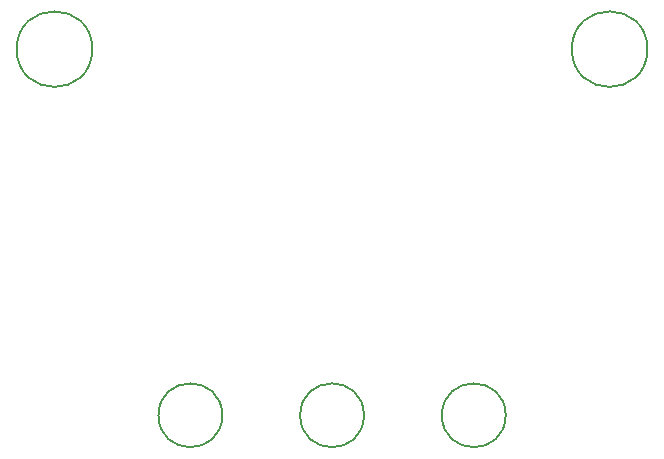
<source format=gbr>
%TF.GenerationSoftware,KiCad,Pcbnew,(7.0.0-0)*%
%TF.CreationDate,2023-04-23T13:29:46-05:00*%
%TF.ProjectId,plate,706c6174-652e-46b6-9963-61645f706362,REV1*%
%TF.SameCoordinates,Original*%
%TF.FileFunction,Other,Comment*%
%FSLAX46Y46*%
G04 Gerber Fmt 4.6, Leading zero omitted, Abs format (unit mm)*
G04 Created by KiCad (PCBNEW (7.0.0-0)) date 2023-04-23 13:29:46*
%MOMM*%
%LPD*%
G01*
G04 APERTURE LIST*
%ADD10C,0.150000*%
G04 APERTURE END LIST*
D10*
%TO.C,REF\u002A\u002A*%
X-9300000Y-19000000D02*
G75*
G03*
X-9300000Y-19000000I-2700000J0D01*
G01*
X14700000Y-19000000D02*
G75*
G03*
X14700000Y-19000000I-2700000J0D01*
G01*
X2700000Y-19000000D02*
G75*
G03*
X2700000Y-19000000I-2700000J0D01*
G01*
%TO.C,H2*%
X26700000Y12000000D02*
G75*
G03*
X26700000Y12000000I-3200000J0D01*
G01*
%TO.C,H1*%
X-20300000Y12000000D02*
G75*
G03*
X-20300000Y12000000I-3200000J0D01*
G01*
%TD*%
M02*

</source>
